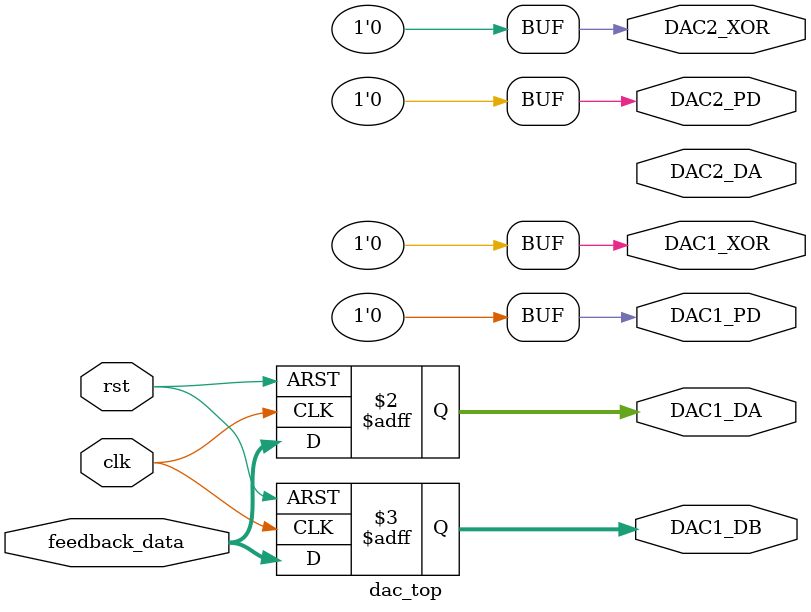
<source format=v>
`timescale 1ns / 1ps


module dac_top(
rst,
clk,




DAC1_DA,
DAC1_DB,
DAC2_DA,

DAC1_PD,
DAC1_XOR,

DAC2_PD,
DAC2_XOR,

 feedback_data 
);

input rst;
input clk;
 
input  [15:0]   feedback_data;
output reg [15:0] DAC1_DA;
output reg [15:0] DAC1_DB;
output reg [15:0] DAC2_DA;

output     DAC1_PD;
output     DAC1_XOR;
output     DAC2_PD;
output     DAC2_XOR;

assign     DAC1_PD    = 1'b0;
assign     DAC1_XOR   = 1'b0;
assign     DAC2_PD    = 1'b0;
assign     DAC2_XOR   = 1'b0;

//reg [31:0] dac_cnt;

//always @(posedge clk or posedge rst)
//  if(rst)
//dac_cnt<=32'd0;
//else if(dac_cnt==32'd10000-1'b1)
//dac_cnt<=32'd0;

//else  
//dac_cnt<=dac_cnt+1'b1;

always @(posedge clk or posedge rst)
if(rst)
begin

   DAC1_DA  <=  16'h0000;
   DAC1_DB  <=  16'h0000;
  // DAC2_DA  <=  16'hffff;
   
end
 

else  
begin

   DAC1_DA  <= feedback_data;
   DAC1_DB  <= feedback_data;
   
end





endmodule

</source>
